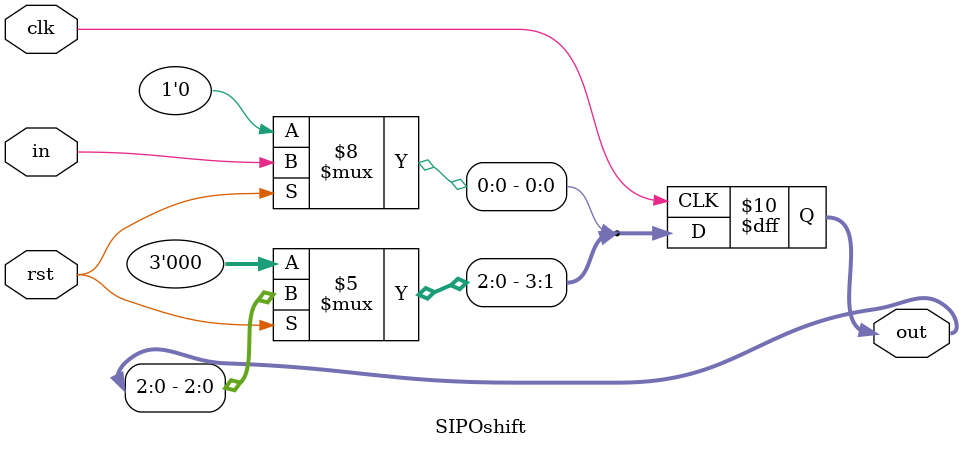
<source format=v>
`timescale 1ns/1ps

module SIPOshift(in, out, clk, rst);
  
  
  input in, clk, rst;
  
  output reg [3:0]out;
  //cevap anahtarı tmp diye bir buffer daha atmış, register israfı.
  
  always @(posedge clk) begin
    
    if(~rst) out=4'b0000; //reset
    
    else begin
      out<=out<<1;//bufferi 1 sola kaydır
      out[0]<=in;//bufferin lsb ini kaydırılacak veriye eşitle
      
          
    end
  end
  
endmodule

</source>
